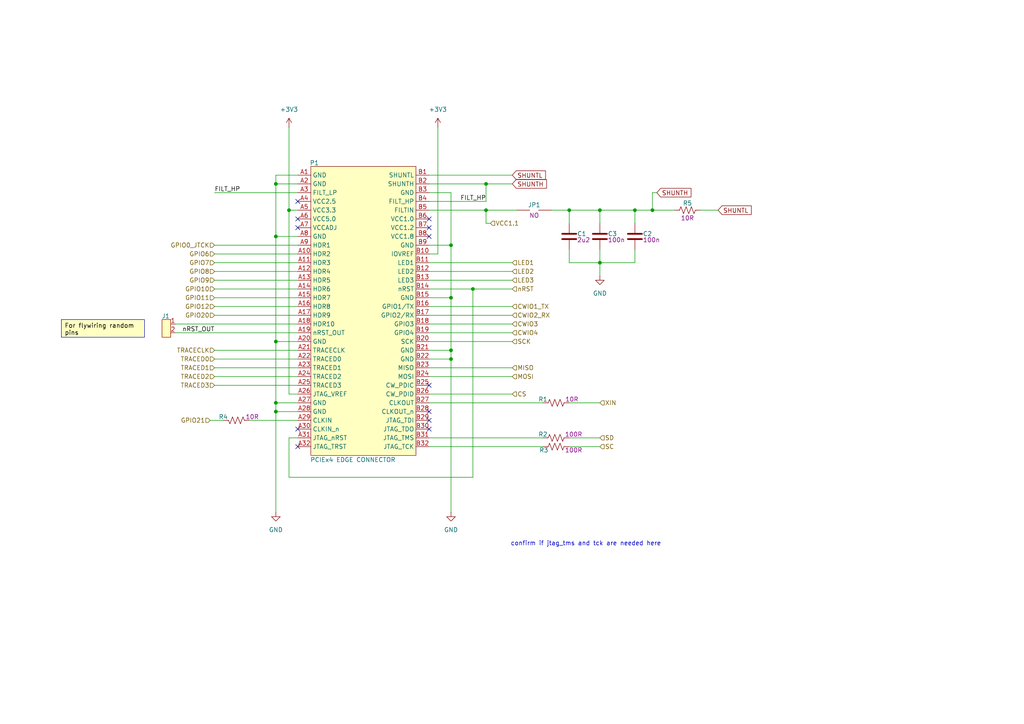
<source format=kicad_sch>
(kicad_sch (version 20231120) (generator "eeschema") (generator_version "8.0")
  (paper "A4")
  (lib_symbols
    (symbol "0603_Yageo_Res:RES_100R_0603" (pin_numbers hide)
      (property "Reference" "R" (at -20.32 5.08 0))
      (property "Display Value" "100R" (at 15.24 5.08 0))
      (symbol "RES_100R_0603_0_1"
        (polyline (pts (xy -2.286 0) (xy -2.54 0)))
        (polyline (pts (xy 2.286 0) (xy 2.54 0)))
        (polyline (pts (xy -2.286 0) (xy -1.905 1.016) (xy -1.524 0) (xy -1.143 -1.016) (xy -0.762 0)))
        (polyline (pts (xy -0.762 0) (xy -0.381 1.016) (xy 0 0) (xy 0.381 -1.016) (xy 0.762 0)))
        (polyline (pts (xy 0.762 0) (xy 1.143 1.016) (xy 1.524 0) (xy 1.905 -1.016) (xy 2.286 0)))
      )
      (symbol "RES_100R_0603_1_1"
        (pin passive line (at -3.81 0 0) (length 1.27) (name "~") (number "1"))
        (pin passive line (at 3.81 0 180) (length 1.27) (name "~") (number "2"))
      )
    )
    (symbol "0603_Yageo_Res:RES_10R_0603" (pin_numbers hide)
      (property "Reference" "R" (at -20.32 5.08 0))
      (property "Display Value" "10R" (at 15.24 5.08 0))
      (symbol "RES_10R_0603_0_1"
        (polyline (pts (xy -2.286 0) (xy -2.54 0)))
        (polyline (pts (xy 2.286 0) (xy 2.54 0)))
        (polyline (pts (xy -2.286 0) (xy -1.905 1.016) (xy -1.524 0) (xy -1.143 -1.016) (xy -0.762 0)))
        (polyline (pts (xy -0.762 0) (xy -0.381 1.016) (xy 0 0) (xy 0.381 -1.016) (xy 0.762 0)))
        (polyline (pts (xy 0.762 0) (xy 1.143 1.016) (xy 1.524 0) (xy 1.905 -1.016) (xy 2.286 0)))
      )
      (symbol "RES_10R_0603_1_1"
        (pin passive line (at -3.81 0 0) (length 1.27) (name "~") (number "1"))
        (pin passive line (at 3.81 0 180) (length 1.27) (name "~") (number "2"))
      )
    )
    (symbol "NAE_Connectors:CW312T-Template" (in_bom no)
      (property "Reference" "P" (at -15.24 3.81 0))
      (property "Value" "PCIEx4 EDGE CONNECTOR " (at 3.81 3.81 0))
      (symbol "CW312T-Template_1_1"
        (rectangle (start -15.24 2.54) (end 15.24 -81.28) (fill (type background)))
        (pin unspecified line (at -19.05 0 0) (length 3.81) (name "GND") (number "A1"))
        (pin unspecified line (at -19.05 -22.86 0) (length 3.81) (name "HDR2") (number "A10"))
        (pin unspecified line (at -19.05 -25.4 0) (length 3.81) (name "HDR3") (number "A11"))
        (pin unspecified line (at -19.05 -27.94 0) (length 3.81) (name "HDR4") (number "A12"))
        (pin unspecified line (at -19.05 -30.48 0) (length 3.81) (name "HDR5") (number "A13"))
        (pin unspecified line (at -19.05 -33.02 0) (length 3.81) (name "HDR6") (number "A14"))
        (pin unspecified line (at -19.05 -35.56 0) (length 3.81) (name "HDR7") (number "A15"))
        (pin unspecified line (at -19.05 -38.1 0) (length 3.81) (name "HDR8") (number "A16"))
        (pin unspecified line (at -19.05 -40.64 0) (length 3.81) (name "HDR9") (number "A17"))
        (pin unspecified line (at -19.05 -43.18 0) (length 3.81) (name "HDR10") (number "A18"))
        (pin unspecified line (at -19.05 -45.72 0) (length 3.81) (name "nRST_OUT") (number "A19"))
        (pin unspecified line (at -19.05 -2.54 0) (length 3.81) (name "GND") (number "A2"))
        (pin unspecified line (at -19.05 -48.26 0) (length 3.81) (name "GND") (number "A20"))
        (pin unspecified line (at -19.05 -50.8 0) (length 3.81) (name "TRACECLK") (number "A21"))
        (pin unspecified line (at -19.05 -53.34 0) (length 3.81) (name "TRACED0") (number "A22"))
        (pin unspecified line (at -19.05 -55.88 0) (length 3.81) (name "TRACED1") (number "A23"))
        (pin unspecified line (at -19.05 -58.42 0) (length 3.81) (name "TRACED2") (number "A24"))
        (pin unspecified line (at -19.05 -60.96 0) (length 3.81) (name "TRACED3") (number "A25"))
        (pin unspecified line (at -19.05 -63.5 0) (length 3.81) (name "JTAG_VREF") (number "A26"))
        (pin unspecified line (at -19.05 -66.04 0) (length 3.81) (name "GND") (number "A27"))
        (pin unspecified line (at -19.05 -68.58 0) (length 3.81) (name "GND") (number "A28"))
        (pin unspecified line (at -19.05 -71.12 0) (length 3.81) (name "CLKIN") (number "A29"))
        (pin unspecified line (at -19.05 -5.08 0) (length 3.81) (name "FILT_LP") (number "A3"))
        (pin unspecified line (at -19.05 -73.66 0) (length 3.81) (name "CLKIN_n") (number "A30"))
        (pin unspecified line (at -19.05 -76.2 0) (length 3.81) (name "JTAG_nRST") (number "A31"))
        (pin unspecified line (at -19.05 -78.74 0) (length 3.81) (name "JTAG_TRST") (number "A32"))
        (pin unspecified line (at -19.05 -7.62 0) (length 3.81) (name "VCC2.5") (number "A4"))
        (pin unspecified line (at -19.05 -10.16 0) (length 3.81) (name "VCC3.3") (number "A5"))
        (pin unspecified line (at -19.05 -12.7 0) (length 3.81) (name "VCC5.0") (number "A6"))
        (pin unspecified line (at -19.05 -15.24 0) (length 3.81) (name "VCCADJ") (number "A7"))
        (pin unspecified line (at -19.05 -17.78 0) (length 3.81) (name "GND") (number "A8"))
        (pin unspecified line (at -19.05 -20.32 0) (length 3.81) (name "HDR1") (number "A9"))
        (pin unspecified line (at 19.05 0 180) (length 3.81) (name "SHUNTL") (number "B1"))
        (pin unspecified line (at 19.05 -22.86 180) (length 3.81) (name "IOVREF") (number "B10"))
        (pin unspecified line (at 19.05 -25.4 180) (length 3.81) (name "LED1") (number "B11"))
        (pin unspecified line (at 19.05 -27.94 180) (length 3.81) (name "LED2") (number "B12"))
        (pin unspecified line (at 19.05 -30.48 180) (length 3.81) (name "LED3") (number "B13"))
        (pin unspecified line (at 19.05 -33.02 180) (length 3.81) (name "nRST") (number "B14"))
        (pin unspecified line (at 19.05 -35.56 180) (length 3.81) (name "GND") (number "B15"))
        (pin unspecified line (at 19.05 -38.1 180) (length 3.81) (name "GPIO1/TX") (number "B16"))
        (pin unspecified line (at 19.05 -40.64 180) (length 3.81) (name "GPIO2/RX") (number "B17"))
        (pin unspecified line (at 19.05 -43.18 180) (length 3.81) (name "GPIO3") (number "B18"))
        (pin unspecified line (at 19.05 -45.72 180) (length 3.81) (name "GPIO4") (number "B19"))
        (pin unspecified line (at 19.05 -2.54 180) (length 3.81) (name "SHUNTH") (number "B2"))
        (pin unspecified line (at 19.05 -48.26 180) (length 3.81) (name "SCK") (number "B20"))
        (pin unspecified line (at 19.05 -50.8 180) (length 3.81) (name "GND") (number "B21"))
        (pin unspecified line (at 19.05 -53.34 180) (length 3.81) (name "GND") (number "B22"))
        (pin unspecified line (at 19.05 -55.88 180) (length 3.81) (name "MISO") (number "B23"))
        (pin unspecified line (at 19.05 -58.42 180) (length 3.81) (name "MOSI") (number "B24"))
        (pin unspecified line (at 19.05 -60.96 180) (length 3.81) (name "CW_PDIC") (number "B25"))
        (pin unspecified line (at 19.05 -63.5 180) (length 3.81) (name "CW_PDID") (number "B26"))
        (pin unspecified line (at 19.05 -66.04 180) (length 3.81) (name "CLKOUT") (number "B27"))
        (pin unspecified line (at 19.05 -68.58 180) (length 3.81) (name "CLKOUT_n") (number "B28"))
        (pin unspecified line (at 19.05 -71.12 180) (length 3.81) (name "JTAG_TDI") (number "B29"))
        (pin unspecified line (at 19.05 -5.08 180) (length 3.81) (name "GND") (number "B3"))
        (pin unspecified line (at 19.05 -73.66 180) (length 3.81) (name "JTAG_TDO") (number "B30"))
        (pin unspecified line (at 19.05 -76.2 180) (length 3.81) (name "JTAG_TMS") (number "B31"))
        (pin unspecified line (at 19.05 -78.74 180) (length 3.81) (name "JTAG_TCK") (number "B32"))
        (pin unspecified line (at 19.05 -7.62 180) (length 3.81) (name "FILT_HP") (number "B4"))
        (pin unspecified line (at 19.05 -10.16 180) (length 3.81) (name "FILTIN") (number "B5"))
        (pin unspecified line (at 19.05 -12.7 180) (length 3.81) (name "VCC1.0") (number "B6"))
        (pin unspecified line (at 19.05 -15.24 180) (length 3.81) (name "VCC1.2") (number "B7"))
        (pin unspecified line (at 19.05 -17.78 180) (length 3.81) (name "VCC1.8") (number "B8"))
        (pin unspecified line (at 19.05 -20.32 180) (length 3.81) (name "GND") (number "B9"))
      )
    )
    (symbol "NAE_Connectors:Solder_Jumper_2_NO" (pin_numbers hide) (in_bom no)
      (property "Reference" "JP" (at 2.54 2.54 0))
      (property "Display Value" "NO" (at 2.54 0 0))
      (symbol "Solder_Jumper_2_NO_1_1"
        (pin unspecified line (at 0 -5.08 90) (length 3.81) (name "") (number "1"))
        (pin unspecified line (at 0 5.08 270) (length 3.81) (name "") (number "2"))
      )
    )
    (symbol "NAE_Connectors:VERT_HDR_2_2.54mm"
      (property "Reference" "J" (at 0 3.81 0))
      (symbol "VERT_HDR_2_2.54mm_1_1"
        (rectangle (start -1.27 2.54) (end 1.27 -2.54) (fill (type background)))
        (pin passive line (at -2.54 1.27 0) (length 1.27) (name "") (number "1"))
        (pin passive line (at -2.54 -1.27 0) (length 1.27) (name "") (number "2"))
      )
    )
    (symbol "nae_caps:CAP_100n_10V_0603" (pin_numbers hide)
      (property "Reference" "C" (at -20.32 5.08 0))
      (property "Display Value" "100n" (at 15.24 5.08 0))
      (symbol "CAP_100n_10V_0603_0_1"
        (polyline (pts (xy -0.762 -2.032) (xy -0.762 2.032)) (stroke (width 0.508)))
        (polyline (pts (xy 0.762 -2.032) (xy 0.762 2.032)) (stroke (width 0.508)))
      )
      (symbol "CAP_100n_10V_0603_1_1"
        (pin passive line (at -3.81 0 0) (length 2.794) (name "~") (number "1"))
        (pin passive line (at 3.81 0 180) (length 2.794) (name "~") (number "2"))
      )
    )
    (symbol "nae_caps:CAP_2u2_6.3V_0603" (pin_numbers hide)
      (property "Reference" "C" (at -20.32 5.08 0))
      (property "Display Value" "2u2" (at 15.24 5.08 0))
      (symbol "CAP_2u2_6.3V_0603_0_1"
        (polyline (pts (xy -0.762 -2.032) (xy -0.762 2.032)) (stroke (width 0.508)))
        (polyline (pts (xy 0.762 -2.032) (xy 0.762 2.032)) (stroke (width 0.508)))
      )
      (symbol "CAP_2u2_6.3V_0603_1_1"
        (pin passive line (at -3.81 0 0) (length 2.794) (name "~") (number "1"))
        (pin passive line (at 3.81 0 180) (length 2.794) (name "~") (number "2"))
      )
    )
    (symbol "power:+3V3" (power) (pin_numbers hide) (pin_names (offset 0) hide)
      (property "Value" "+3V3" (at 0 3.556 0))
      (symbol "+3V3_0_1"
        (polyline (pts (xy -0.762 1.27) (xy 0 2.54)))
        (polyline (pts (xy 0 0) (xy 0 2.54)))
        (polyline (pts (xy 0 2.54) (xy 0.762 1.27)))
      )
      (symbol "+3V3_1_1"
        (pin power_in line (at 0 0 90) (length 0) (name "~") (number "1"))
      )
    )
    (symbol "power:GND" (power) (pin_numbers hide) (pin_names (offset 0) hide)
      (property "Value" "GND" (at 0 -3.81 0))
      (symbol "GND_0_1"
        (polyline (pts (xy 0 0) (xy 0 -1.27) (xy 1.27 -1.27) (xy 0 -2.54) (xy -1.27 -1.27) (xy 0 -1.27)))
      )
      (symbol "GND_1_1"
        (pin power_in line (at 0 0 270) (length 0) (name "~") (number "1"))
      )
    )
  )
  (junction (at 130.81 101.6))
  (junction (at 137.16 83.82))
  (junction (at 80.01 116.84))
  (junction (at 173.99 76.2))
  (junction (at 189.23 60.96))
  (junction (at 184.15 60.96))
  (junction (at 130.81 71.12))
  (junction (at 165.1 60.96))
  (junction (at 83.82 60.96))
  (junction (at 140.97 60.96))
  (junction (at 80.01 68.58))
  (junction (at 80.01 53.34))
  (junction (at 80.01 119.38))
  (junction (at 80.01 99.06))
  (junction (at 173.99 60.96))
  (junction (at 130.81 86.36))
  (junction (at 130.81 104.14))
  (junction (at 140.97 53.34))
  (no_connect (at 86.36 124.46))
  (no_connect (at 86.36 66.04))
  (no_connect (at 124.46 63.5))
  (no_connect (at 124.46 124.46))
  (no_connect (at 124.46 66.04))
  (no_connect (at 124.46 119.38))
  (no_connect (at 86.36 63.5))
  (no_connect (at 124.46 68.58))
  (no_connect (at 124.46 111.76))
  (no_connect (at 86.36 129.54))
  (no_connect (at 86.36 58.42))
  (no_connect (at 124.46 121.92))
  (wire (pts (xy 148.59 83.82) (xy 137.16 83.82)))
  (wire (pts (xy 148.59 81.28) (xy 124.46 81.28)))
  (wire (pts (xy 165.1 72.39) (xy 165.1 76.2)))
  (wire (pts (xy 80.01 53.34) (xy 80.01 68.58)))
  (wire (pts (xy 130.81 86.36) (xy 130.81 101.6)))
  (wire (pts (xy 124.46 58.42) (xy 140.97 58.42)))
  (wire (pts (xy 130.81 71.12) (xy 130.81 86.36)))
  (wire (pts (xy 62.23 71.12) (xy 86.36 71.12)))
  (wire (pts (xy 72.39 121.92) (xy 86.36 121.92)))
  (wire (pts (xy 148.59 88.9) (xy 124.46 88.9)))
  (wire (pts (xy 86.36 50.8) (xy 80.01 50.8)))
  (wire (pts (xy 173.99 60.96) (xy 173.99 64.77)))
  (wire (pts (xy 124.46 114.3) (xy 148.59 114.3)))
  (wire (pts (xy 50.8 96.52) (xy 86.36 96.52)))
  (wire (pts (xy 148.59 78.74) (xy 124.46 78.74)))
  (wire (pts (xy 124.46 86.36) (xy 130.81 86.36)))
  (wire (pts (xy 124.46 127) (xy 157.48 127)))
  (wire (pts (xy 62.23 91.44) (xy 86.36 91.44)))
  (wire (pts (xy 165.1 76.2) (xy 173.99 76.2)))
  (wire (pts (xy 127 73.66) (xy 124.46 73.66)))
  (wire (pts (xy 124.46 50.8) (xy 148.59 50.8)))
  (wire (pts (xy 173.99 60.96) (xy 184.15 60.96)))
  (wire (pts (xy 148.59 99.06) (xy 124.46 99.06)))
  (wire (pts (xy 124.46 129.54) (xy 157.48 129.54)))
  (wire (pts (xy 80.01 50.8) (xy 80.01 53.34)))
  (wire (pts (xy 148.59 76.2) (xy 124.46 76.2)))
  (wire (pts (xy 184.15 60.96) (xy 189.23 60.96)))
  (wire (pts (xy 62.23 86.36) (xy 86.36 86.36)))
  (wire (pts (xy 62.23 109.22) (xy 86.36 109.22)))
  (wire (pts (xy 148.59 93.98) (xy 124.46 93.98)))
  (wire (pts (xy 130.81 55.88) (xy 130.81 71.12)))
  (wire (pts (xy 83.82 36.83) (xy 83.82 60.96)))
  (wire (pts (xy 130.81 104.14) (xy 130.81 148.59)))
  (wire (pts (xy 80.01 68.58) (xy 80.01 99.06)))
  (wire (pts (xy 140.97 60.96) (xy 124.46 60.96)))
  (wire (pts (xy 130.81 101.6) (xy 130.81 104.14)))
  (wire (pts (xy 165.1 129.54) (xy 173.99 129.54)))
  (wire (pts (xy 184.15 76.2) (xy 184.15 72.39)))
  (wire (pts (xy 80.01 116.84) (xy 86.36 116.84)))
  (wire (pts (xy 189.23 55.88) (xy 189.23 60.96)))
  (wire (pts (xy 148.59 96.52) (xy 124.46 96.52)))
  (wire (pts (xy 80.01 119.38) (xy 80.01 148.59)))
  (wire (pts (xy 62.23 111.76) (xy 86.36 111.76)))
  (wire (pts (xy 190.5 55.88) (xy 189.23 55.88)))
  (wire (pts (xy 203.2 60.96) (xy 208.28 60.96)))
  (wire (pts (xy 50.8 93.98) (xy 86.36 93.98)))
  (wire (pts (xy 165.1 64.77) (xy 165.1 60.96)))
  (wire (pts (xy 86.36 127) (xy 83.82 127)))
  (wire (pts (xy 124.46 104.14) (xy 130.81 104.14)))
  (wire (pts (xy 80.01 116.84) (xy 80.01 119.38)))
  (wire (pts (xy 173.99 72.39) (xy 173.99 76.2)))
  (wire (pts (xy 124.46 71.12) (xy 130.81 71.12)))
  (wire (pts (xy 80.01 99.06) (xy 86.36 99.06)))
  (wire (pts (xy 62.23 88.9) (xy 86.36 88.9)))
  (wire (pts (xy 80.01 99.06) (xy 80.01 116.84)))
  (wire (pts (xy 62.23 78.74) (xy 86.36 78.74)))
  (wire (pts (xy 124.46 101.6) (xy 130.81 101.6)))
  (wire (pts (xy 127 36.83) (xy 127 73.66)))
  (wire (pts (xy 62.23 101.6) (xy 86.36 101.6)))
  (wire (pts (xy 140.97 64.77) (xy 140.97 60.96)))
  (wire (pts (xy 189.23 60.96) (xy 195.58 60.96)))
  (wire (pts (xy 124.46 53.34) (xy 140.97 53.34)))
  (wire (pts (xy 80.01 53.34) (xy 86.36 53.34)))
  (wire (pts (xy 137.16 83.82) (xy 137.16 138.43)))
  (wire (pts (xy 62.23 81.28) (xy 86.36 81.28)))
  (wire (pts (xy 62.23 83.82) (xy 86.36 83.82)))
  (wire (pts (xy 148.59 91.44) (xy 124.46 91.44)))
  (wire (pts (xy 86.36 114.3) (xy 83.82 114.3)))
  (wire (pts (xy 80.01 119.38) (xy 86.36 119.38)))
  (wire (pts (xy 165.1 127) (xy 173.99 127)))
  (wire (pts (xy 173.99 76.2) (xy 184.15 76.2)))
  (wire (pts (xy 173.99 76.2) (xy 173.99 80.01)))
  (wire (pts (xy 184.15 60.96) (xy 184.15 64.77)))
  (wire (pts (xy 124.46 116.84) (xy 157.48 116.84)))
  (wire (pts (xy 86.36 60.96) (xy 83.82 60.96)))
  (wire (pts (xy 130.81 55.88) (xy 124.46 55.88)))
  (wire (pts (xy 165.1 60.96) (xy 173.99 60.96)))
  (wire (pts (xy 83.82 138.43) (xy 137.16 138.43)))
  (wire (pts (xy 148.59 106.68) (xy 124.46 106.68)))
  (wire (pts (xy 62.23 106.68) (xy 86.36 106.68)))
  (wire (pts (xy 165.1 116.84) (xy 173.99 116.84)))
  (wire (pts (xy 140.97 60.96) (xy 149.86 60.96)))
  (wire (pts (xy 80.01 68.58) (xy 86.36 68.58)))
  (wire (pts (xy 140.97 64.77) (xy 142.24 64.77)))
  (wire (pts (xy 83.82 127) (xy 83.82 138.43)))
  (wire (pts (xy 62.23 76.2) (xy 86.36 76.2)))
  (wire (pts (xy 62.23 73.66) (xy 86.36 73.66)))
  (wire (pts (xy 137.16 83.82) (xy 124.46 83.82)))
  (wire (pts (xy 140.97 58.42) (xy 140.97 53.34)))
  (wire (pts (xy 160.02 60.96) (xy 165.1 60.96)))
  (wire (pts (xy 83.82 114.3) (xy 83.82 60.96)))
  (wire (pts (xy 148.59 109.22) (xy 124.46 109.22)))
  (wire (pts (xy 140.97 53.34) (xy 148.59 53.34)))
  (wire (pts (xy 64.77 121.92) (xy 60.96 121.92)))
  (wire (pts (xy 62.23 55.88) (xy 86.36 55.88)))
  (wire (pts (xy 62.23 104.14) (xy 86.36 104.14)))
  (text_box "For flywiring random pins" (at 17.78 92.71 0) (size 24.13 5.08) (fill (type color) (color 255 255 194 1)) (effects (font (size 1.27 1.27)) (justify left top)))
  (text "confirm if jtag_tms and tck are needed here\n" (at 169.926 157.734 0) (effects (font (size 1.27 1.27))))
  (label "FILT_HP" (at 140.97 58.42 180))
  (label "nRST_OUT" (at 62.23 96.52 180))
  (label "FILT_HP" (at 62.23 55.88 0))
  (global_label "SHUNTH" (shape input) (at 190.5 55.88 0) (property "Intersheetrefs" "${INTERSHEET_REFS}" (effects (hide yes))))
  (global_label "SHUNTH" (shape input) (at 148.59 53.34 0) (property "Intersheetrefs" "${INTERSHEET_REFS}" (effects (hide yes))))
  (global_label "SHUNTL" (shape input) (at 208.28 60.96 0) (property "Intersheetrefs" "${INTERSHEET_REFS}" (effects (hide yes))))
  (global_label "SHUNTL" (shape input) (at 148.59 50.8 0) (property "Intersheetrefs" "${INTERSHEET_REFS}" (effects (hide yes))))
  (hierarchical_label "MOSI" (shape input) (at 148.59 109.22 0))
  (hierarchical_label "GPIO6" (shape input) (at 62.23 73.66 180))
  (hierarchical_label "CWIO2_RX" (shape input) (at 148.59 91.44 0))
  (hierarchical_label "GPIO10" (shape input) (at 62.23 83.82 180))
  (hierarchical_label "MISO" (shape input) (at 148.59 106.68 0))
  (hierarchical_label "GPIO21" (shape input) (at 60.96 121.92 180))
  (hierarchical_label "TRACECLK" (shape input) (at 62.23 101.6 180))
  (hierarchical_label "TRACED3" (shape input) (at 62.23 111.76 180))
  (hierarchical_label "XIN" (shape input) (at 173.99 116.84 0))
  (hierarchical_label "nRST" (shape input) (at 148.59 83.82 0))
  (hierarchical_label "GPIO8" (shape input) (at 62.23 78.74 180))
  (hierarchical_label "GPIO0_JTCK" (shape input) (at 62.23 71.12 180))
  (hierarchical_label "GPIO20" (shape input) (at 62.23 91.44 180))
  (hierarchical_label "CS" (shape input) (at 148.59 114.3 0))
  (hierarchical_label "CWIO1_TX" (shape input) (at 148.59 88.9 0))
  (hierarchical_label "TRACED2" (shape input) (at 62.23 109.22 180))
  (hierarchical_label "CWIO4" (shape input) (at 148.59 96.52 0))
  (hierarchical_label "SC" (shape input) (at 173.99 129.54 0))
  (hierarchical_label "SD" (shape input) (at 173.99 127 0))
  (hierarchical_label "TRACED1" (shape input) (at 62.23 106.68 180))
  (hierarchical_label "SCK" (shape input) (at 148.59 99.06 0))
  (hierarchical_label "GPIO12" (shape input) (at 62.23 88.9 180))
  (hierarchical_label "LED1" (shape input) (at 148.59 76.2 0))
  (hierarchical_label "VCC1.1" (shape input) (at 142.24 64.77 0))
  (hierarchical_label "LED2" (shape input) (at 148.59 78.74 0))
  (hierarchical_label "CWIO3" (shape input) (at 148.59 93.98 0))
  (hierarchical_label "GPIO9" (shape input) (at 62.23 81.28 180))
  (hierarchical_label "GPIO7" (shape input) (at 62.23 76.2 180))
  (hierarchical_label "TRACED0" (shape input) (at 62.23 104.14 180))
  (hierarchical_label "LED3" (shape input) (at 148.59 81.28 0))
  (hierarchical_label "GPIO11" (shape input) (at 62.23 86.36 180))
  (symbol (lib_id "0603_Yageo_Res:RES_100R_0603") (at 161.29 129.54 0) (unit 1)
    (property "Reference" "R3" (at 157.734 130.556 0))
    (property "Value" "RES_100R_0603" (effects (hide yes)))
    (property "Footprint" "Resistor_SMD:R_0603_1608Metric" (effects (hide yes)))
    (property "Datasheet" "https://www.yageo.com/upload/media/product/products/datasheet/rchip/PYu-RC_Group_51_RoHS_L_12.pdf" (effects (hide yes)))
    (property "Description" "RES 100 OHM 1% 1/10W 0603" (effects (hide yes)))
    (property "Display Value" "100R" (at 166.37 130.556 0))
    (property "Manufacturer" "YAGEO" (effects (hide yes)))
    (property "Manufacturer Part Number" "RC0603FR-07100RL" (effects (hide yes)))
    (property "Supplier 1" "DigiKey" (effects (hide yes)))
    (property "Supplier 1 Part Number" "311-100HRCT-ND" (effects (hide yes)))
    (property "Supplier 2" "no_data" (effects (hide yes)))
    (property "Supplier 2 Part Number" "no_data" (effects (hide yes)))
  )
  (symbol (lib_id "power:+3V3") (at 127 36.83 0) (unit 1)
    (property "Reference" "#PWR04" (effects (hide yes)))
    (property "Value" "+3V3" (at 127 31.75 0))
    (property "Description" "Power symbol creates a global label with name \"+3V3\"" (effects (hide yes)))
  )
  (symbol (lib_id "power:GND") (at 80.01 148.59 0) (unit 1)
    (property "Reference" "#PWR01" (effects (hide yes)))
    (property "Value" "GND" (at 80.01 153.67 0))
    (property "Description" "Power symbol creates a global label with name \"GND\" , ground" (effects (hide yes)))
  )
  (symbol (lib_id "power:GND") (at 130.81 148.59 0) (unit 1)
    (property "Reference" "#PWR02" (effects (hide yes)))
    (property "Value" "GND" (at 130.81 153.67 0))
    (property "Description" "Power symbol creates a global label with name \"GND\" , ground" (effects (hide yes)))
  )
  (symbol (lib_id "NAE_Connectors:CW312T-Template") (at 105.41 50.8 0) (unit 1) (in_bom no)
    (property "Reference" "P1" (at 91.186 47.244 0))
    (property "Value" "PCIEx4 EDGE CONNECTOR" (at 102.362 133.35 0))
    (property "Footprint" "tutorial_2_library:CW312_Template" (effects (hide yes)))
    (property "Description" "BOARD AND EDGE CONNECTOR TEMPLATE FOR CW312 TARGETS" (effects (hide yes)))
  )
  (symbol (lib_id "power:GND") (at 173.99 80.01 0) (unit 1)
    (property "Reference" "#PWR05" (effects (hide yes)))
    (property "Value" "GND" (at 173.99 85.09 0))
    (property "Description" "Power symbol creates a global label with name \"GND\" , ground" (effects (hide yes)))
  )
  (symbol (lib_id "NAE_Connectors:Solder_Jumper_2_NO") (at 154.94 60.96 90) (unit 1) (in_bom no)
    (property "Reference" "JP1" (at 154.94 59.436 90))
    (property "Footprint" "Jumper:SolderJumper-2_P1.3mm_Open_Pad1.0x1.5mm" (effects (hide yes)))
    (property "Display Value" "NO" (at 154.94 62.484 90))
  )
  (symbol (lib_id "nae_caps:CAP_100n_10V_0603") (at 173.99 68.58 90) (unit 1)
    (property "Reference" "C3" (at 176.276 67.8181 90) (effects (justify right)))
    (property "Value" "CAP_100n_10V_0603" (effects (hide yes)))
    (property "Footprint" "Capacitor_SMD:C_0603_1608Metric" (effects (hide yes)))
    (property "Datasheet" "https://www.yageo.com/upload/media/product/productsearch/datasheet/mlcc/UPY-GPHC_X7R_6.3V-to-250V_24.pdf" (effects (hide yes)))
    (property "Description" "CAP CER 0.1UF 10V X7R 0603" (effects (hide yes)))
    (property "Display Value" "100n" (at 176.276 69.596 90) (effects (justify right)))
    (property "Manufacturer" "YAGEO" (effects (hide yes)))
    (property "Manufacturer Part Number" "CC0603KRX7R6BB104" (effects (hide yes)))
    (property "Supplier 1" "DigiKey" (effects (hide yes)))
    (property "Supplier 1 Part Number" "311-4055-1-ND" (effects (hide yes)))
    (property "Supplier 2" "no_data" (effects (hide yes)))
    (property "Supplier 2 Part Number" "no_data" (effects (hide yes)))
  )
  (symbol (lib_id "0603_Yageo_Res:RES_10R_0603") (at 199.39 60.96 0) (unit 1)
    (property "Reference" "R5" (at 199.39 58.928 0))
    (property "Value" "RES_10R_0603" (effects (hide yes)))
    (property "Footprint" "Resistor_SMD:R_0603_1608Metric" (effects (hide yes)))
    (property "Datasheet" "https://www.yageo.com/upload/media/product/products/datasheet/rchip/PYu-RC_Group_51_RoHS_L_12.pdf" (effects (hide yes)))
    (property "Description" "RES 10 OHM 1% 1/10W 0603" (effects (hide yes)))
    (property "Display Value" "10R" (at 199.39 63.246 0))
    (property "Manufacturer" "YAGEO" (effects (hide yes)))
    (property "Manufacturer Part Number" "RC0603FR-0710RL" (effects (hide yes)))
    (property "Supplier 1" "DigiKey" (effects (hide yes)))
    (property "Supplier 1 Part Number" "311-10.0HRCT-ND" (effects (hide yes)))
    (property "Supplier 2" "no_data" (effects (hide yes)))
    (property "Supplier 2 Part Number" "no_data" (effects (hide yes)))
  )
  (symbol (lib_id "0603_Yageo_Res:RES_10R_0603") (at 68.58 121.92 0) (mirror y) (unit 1)
    (property "Reference" "R4" (at 64.77 120.904 0))
    (property "Value" "RES_10R_0603" (effects (hide yes)))
    (property "Footprint" "Resistor_SMD:R_0603_1608Metric" (effects (hide yes)))
    (property "Datasheet" "https://www.yageo.com/upload/media/product/products/datasheet/rchip/PYu-RC_Group_51_RoHS_L_12.pdf" (effects (hide yes)))
    (property "Description" "RES 10 OHM 1% 1/10W 0603" (effects (hide yes)))
    (property "Display Value" "10R" (at 73.152 120.904 0))
    (property "Manufacturer" "YAGEO" (effects (hide yes)))
    (property "Manufacturer Part Number" "RC0603FR-0710RL" (effects (hide yes)))
    (property "Supplier 1" "DigiKey" (effects (hide yes)))
    (property "Supplier 1 Part Number" "311-10.0HRCT-ND" (effects (hide yes)))
    (property "Supplier 2" "no_data" (effects (hide yes)))
    (property "Supplier 2 Part Number" "no_data" (effects (hide yes)))
  )
  (symbol (lib_id "nae_caps:CAP_2u2_6.3V_0603") (at 165.1 68.58 90) (unit 1)
    (property "Reference" "C1" (at 167.386 67.8181 90) (effects (justify right)))
    (property "Value" "CAP_2u2_6.3V_0603" (effects (hide yes)))
    (property "Footprint" "Capacitor_SMD:C_0603_1608Metric" (effects (hide yes)))
    (property "Datasheet" "https://www.yageo.com/upload/media/product/productsearch/datasheet/mlcc/UPY-GPHC_X7R_6.3V-to-250V_24.pdf" (effects (hide yes)))
    (property "Description" "CAP CER 2.2UF 6.3V X7R 0603" (effects (hide yes)))
    (property "Display Value" "2u2" (at 167.386 69.596 90) (effects (justify right)))
    (property "Manufacturer" "YAGEO" (effects (hide yes)))
    (property "Manufacturer Part Number" "CC0603KRX7R5BB225" (effects (hide yes)))
    (property "Supplier 1" "DigiKey" (effects (hide yes)))
    (property "Supplier 1 Part Number" "311-1795-1-ND" (effects (hide yes)))
    (property "Supplier 2" "no_data" (effects (hide yes)))
    (property "Supplier 2 Part Number" "no_data" (effects (hide yes)))
  )
  (symbol (lib_id "nae_caps:CAP_100n_10V_0603") (at 184.15 68.58 90) (unit 1)
    (property "Reference" "C2" (at 186.436 67.8181 90) (effects (justify right)))
    (property "Value" "CAP_100n_10V_0603" (effects (hide yes)))
    (property "Footprint" "Capacitor_SMD:C_0603_1608Metric" (effects (hide yes)))
    (property "Datasheet" "https://www.yageo.com/upload/media/product/productsearch/datasheet/mlcc/UPY-GPHC_X7R_6.3V-to-250V_24.pdf" (effects (hide yes)))
    (property "Description" "CAP CER 0.1UF 10V X7R 0603" (effects (hide yes)))
    (property "Display Value" "100n" (at 186.436 69.596 90) (effects (justify right)))
    (property "Manufacturer" "YAGEO" (effects (hide yes)))
    (property "Manufacturer Part Number" "CC0603KRX7R6BB104" (effects (hide yes)))
    (property "Supplier 1" "DigiKey" (effects (hide yes)))
    (property "Supplier 1 Part Number" "311-4055-1-ND" (effects (hide yes)))
    (property "Supplier 2" "no_data" (effects (hide yes)))
    (property "Supplier 2 Part Number" "no_data" (effects (hide yes)))
  )
  (symbol (lib_id "0603_Yageo_Res:RES_10R_0603") (at 161.29 116.84 0) (unit 1)
    (property "Reference" "R1" (at 157.48 115.824 0))
    (property "Value" "RES_10R_0603" (effects (hide yes)))
    (property "Footprint" "Resistor_SMD:R_0603_1608Metric" (effects (hide yes)))
    (property "Datasheet" "https://www.yageo.com/upload/media/product/products/datasheet/rchip/PYu-RC_Group_51_RoHS_L_12.pdf" (effects (hide yes)))
    (property "Description" "RES 10 OHM 1% 1/10W 0603" (effects (hide yes)))
    (property "Display Value" "10R" (at 165.862 115.824 0))
    (property "Manufacturer" "YAGEO" (effects (hide yes)))
    (property "Manufacturer Part Number" "RC0603FR-0710RL" (effects (hide yes)))
    (property "Supplier 1" "DigiKey" (effects (hide yes)))
    (property "Supplier 1 Part Number" "311-10.0HRCT-ND" (effects (hide yes)))
    (property "Supplier 2" "no_data" (effects (hide yes)))
    (property "Supplier 2 Part Number" "no_data" (effects (hide yes)))
  )
  (symbol (lib_id "power:+3V3") (at 83.82 36.83 0) (unit 1)
    (property "Reference" "#PWR03" (effects (hide yes)))
    (property "Value" "+3V3" (at 83.82 31.75 0))
    (property "Description" "Power symbol creates a global label with name \"+3V3\"" (effects (hide yes)))
  )
  (symbol (lib_id "NAE_Connectors:VERT_HDR_2_2.54mm") (at 48.26 95.25 0) (mirror y) (unit 1)
    (property "Reference" "J1" (at 49.276 91.694 0) (effects (justify left)))
    (property "Value" "2Pin_Header_2.54" (effects (hide yes)))
    (property "Footprint" "Connector_PinHeader_2.54mm:PinHeader_2x01_P2.54mm_Vertical" (effects (hide yes)))
    (property "Datasheet" "https://cdn.harwin.com/pdfs/M20-999.pdf" (effects (hide yes)))
    (property "Description" "CONN HEADER VERT 2POS 2.54MM" (effects (hide yes)))
    (property "Display Value" "Jack" (effects (hide yes)))
    (property "Manufacturer" "Harwin Inc." (effects (hide yes)))
    (property "Manufacturer Part Number" "M20-9990246" (effects (hide yes)))
    (property "Supplier 1" "DigiKey" (effects (hide yes)))
    (property "Supplier 1 Part Number" "952-2262-ND" (effects (hide yes)))
    (property "Supplier 2 Part Number" "Connector Header Through Hole 2 position 0.100\" (2.54mm)" (effects (hide yes)))
  )
  (symbol (lib_id "0603_Yageo_Res:RES_100R_0603") (at 161.29 127 0) (unit 1)
    (property "Reference" "R2" (at 157.48 125.984 0))
    (property "Value" "RES_100R_0603" (effects (hide yes)))
    (property "Footprint" "Resistor_SMD:R_0603_1608Metric" (effects (hide yes)))
    (property "Datasheet" "https://www.yageo.com/upload/media/product/products/datasheet/rchip/PYu-RC_Group_51_RoHS_L_12.pdf" (effects (hide yes)))
    (property "Description" "RES 100 OHM 1% 1/10W 0603" (effects (hide yes)))
    (property "Display Value" "100R" (at 166.37 125.984 0))
    (property "Manufacturer" "YAGEO" (effects (hide yes)))
    (property "Manufacturer Part Number" "RC0603FR-07100RL" (effects (hide yes)))
    (property "Supplier 1" "DigiKey" (effects (hide yes)))
    (property "Supplier 1 Part Number" "311-100HRCT-ND" (effects (hide yes)))
    (property "Supplier 2" "no_data" (effects (hide yes)))
    (property "Supplier 2 Part Number" "no_data" (effects (hide yes)))
  )
)
</source>
